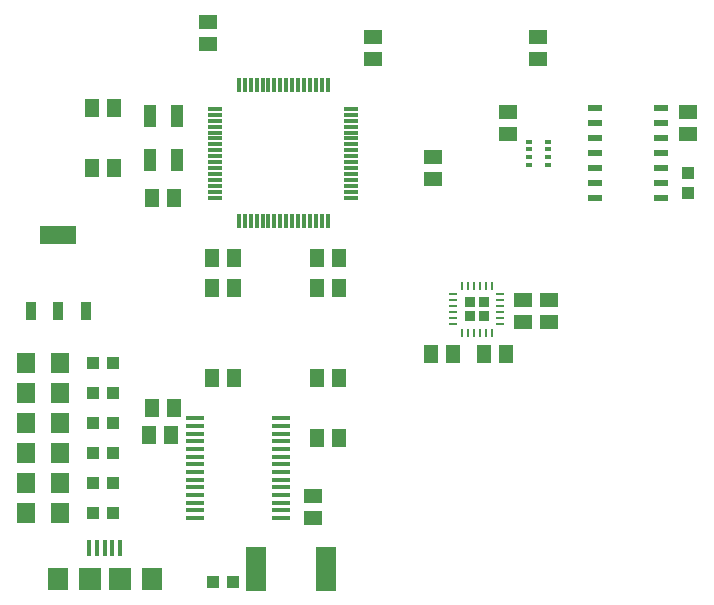
<source format=gbr>
G04 EAGLE Gerber RS-274X export*
G75*
%MOMM*%
%FSLAX34Y34*%
%LPD*%
%INSolderpaste Top*%
%IPPOS*%
%AMOC8*
5,1,8,0,0,1.08239X$1,22.5*%
G01*
%ADD10R,1.300000X1.500000*%
%ADD11R,1.500000X1.300000*%
%ADD12R,1.193800X0.304800*%
%ADD13R,0.304800X1.193800*%
%ADD14R,1.100000X1.900000*%
%ADD15R,0.838200X1.600200*%
%ADD16R,3.098800X1.600200*%
%ADD17R,1.500000X0.400000*%
%ADD18R,0.500000X0.350000*%
%ADD19R,1.200000X0.600000*%
%ADD20R,1.000000X1.100000*%
%ADD21R,1.700000X3.700000*%
%ADD22R,1.600000X1.803000*%
%ADD23R,1.100000X1.000000*%
%ADD24R,0.350000X1.400000*%
%ADD25R,1.800000X1.900000*%
%ADD26R,1.900000X1.900000*%
%ADD27R,0.961200X0.909856*%
%ADD28R,0.959838X0.909838*%
%ADD29R,0.959981X0.910159*%
%ADD30R,0.961181X0.911131*%
%ADD31R,0.790000X0.260000*%
%ADD32R,0.260000X0.790000*%


D10*
X250800Y660400D03*
X231800Y660400D03*
X161900Y660400D03*
X142900Y660400D03*
D11*
X330200Y752500D03*
X330200Y771500D03*
X139700Y866800D03*
X139700Y885800D03*
X279400Y854100D03*
X279400Y873100D03*
X393700Y790600D03*
X393700Y809600D03*
D10*
X250800Y685800D03*
X231800Y685800D03*
X111100Y736600D03*
X92100Y736600D03*
X161900Y685800D03*
X142900Y685800D03*
X60300Y812800D03*
X41300Y812800D03*
X60300Y762000D03*
X41300Y762000D03*
D12*
X145700Y812200D03*
X145700Y807200D03*
X145700Y802200D03*
X145700Y797200D03*
X145700Y792200D03*
X145700Y787200D03*
X145700Y782200D03*
X145700Y777200D03*
X145700Y772200D03*
X145700Y767200D03*
X145700Y762200D03*
X145700Y757200D03*
X145700Y752200D03*
X145700Y747200D03*
X145700Y742200D03*
X145700Y737200D03*
D13*
X165700Y717200D03*
X170700Y717200D03*
X175700Y717200D03*
X180700Y717200D03*
X185700Y717200D03*
X190700Y717200D03*
X195700Y717200D03*
X200700Y717200D03*
X205700Y717200D03*
X210700Y717200D03*
X215700Y717200D03*
X220700Y717200D03*
X225700Y717200D03*
X230700Y717200D03*
X235700Y717200D03*
X240700Y717200D03*
D12*
X260700Y737200D03*
X260700Y742200D03*
X260700Y747200D03*
X260700Y752200D03*
X260700Y757200D03*
X260700Y762200D03*
X260700Y767200D03*
X260700Y772200D03*
X260700Y777200D03*
X260700Y782200D03*
X260700Y787200D03*
X260700Y792200D03*
X260700Y797200D03*
X260700Y802200D03*
X260700Y807200D03*
X260700Y812200D03*
D13*
X240700Y832200D03*
X235700Y832200D03*
X230700Y832200D03*
X225700Y832200D03*
X220700Y832200D03*
X215700Y832200D03*
X210700Y832200D03*
X205700Y832200D03*
X200700Y832200D03*
X195700Y832200D03*
X190700Y832200D03*
X185700Y832200D03*
X180700Y832200D03*
X175700Y832200D03*
X170700Y832200D03*
X165700Y832200D03*
D14*
X113100Y768900D03*
X90100Y805900D03*
X90100Y768900D03*
X113100Y805900D03*
D15*
X-10414Y641096D03*
X12700Y641096D03*
X35814Y641096D03*
D16*
X12700Y705104D03*
D10*
X161900Y584200D03*
X142900Y584200D03*
D17*
X128850Y550250D03*
X128850Y543750D03*
X128850Y537250D03*
X128850Y530750D03*
X128850Y524250D03*
X128850Y517750D03*
X128850Y511250D03*
X128850Y504750D03*
X128850Y498250D03*
X128850Y491750D03*
X128850Y485250D03*
X128850Y478750D03*
X128850Y472250D03*
X128850Y465750D03*
X201350Y465750D03*
X201350Y472250D03*
X201350Y478750D03*
X201350Y485250D03*
X201350Y491750D03*
X201350Y498250D03*
X201350Y504750D03*
X201350Y511250D03*
X201350Y517750D03*
X201350Y524250D03*
X201350Y530750D03*
X201350Y537250D03*
X201350Y543750D03*
X201350Y550250D03*
D10*
X111100Y558800D03*
X92100Y558800D03*
X231800Y533400D03*
X250800Y533400D03*
X231800Y584200D03*
X250800Y584200D03*
X108560Y535940D03*
X89560Y535940D03*
D18*
X427100Y771450D03*
X427100Y777950D03*
X427100Y784450D03*
X427100Y764950D03*
X411100Y777950D03*
X411100Y771450D03*
X411100Y764950D03*
X411100Y784450D03*
D19*
X467300Y812800D03*
X467300Y800100D03*
X467300Y787400D03*
X467300Y774700D03*
X467300Y762000D03*
X467300Y749300D03*
X467300Y736600D03*
X523300Y736600D03*
X523300Y749300D03*
X523300Y762000D03*
X523300Y774700D03*
X523300Y787400D03*
X523300Y800100D03*
X523300Y812800D03*
D11*
X546100Y790600D03*
X546100Y809600D03*
X419100Y873100D03*
X419100Y854100D03*
D20*
X546100Y757800D03*
X546100Y740800D03*
D21*
X180050Y422910D03*
X239050Y422910D03*
D22*
X-14220Y596900D03*
X14220Y596900D03*
X-14220Y571500D03*
X14220Y571500D03*
X-14220Y546100D03*
X14220Y546100D03*
X-14220Y495300D03*
X14220Y495300D03*
X-14220Y520700D03*
X14220Y520700D03*
X-14220Y469900D03*
X14220Y469900D03*
D23*
X59300Y596900D03*
X42300Y596900D03*
X59300Y571500D03*
X42300Y571500D03*
X59300Y546100D03*
X42300Y546100D03*
X59300Y495300D03*
X42300Y495300D03*
X59300Y520700D03*
X42300Y520700D03*
X59300Y469900D03*
X42300Y469900D03*
D24*
X39070Y440520D03*
X65070Y440520D03*
X45570Y440520D03*
X52070Y440520D03*
X58570Y440520D03*
D25*
X12070Y414020D03*
X92070Y414020D03*
D26*
X39370Y414020D03*
X64770Y414020D03*
D11*
X228600Y484480D03*
X228600Y465480D03*
D23*
X160900Y411480D03*
X143900Y411480D03*
D27*
X360924Y648471D03*
D28*
X373131Y648471D03*
D29*
X373130Y636769D03*
D30*
X360924Y636764D03*
D31*
X347330Y655120D03*
X347330Y650120D03*
X347330Y645120D03*
X347330Y640120D03*
X347330Y635120D03*
X347330Y630120D03*
D32*
X354530Y622920D03*
X359530Y622920D03*
X364530Y622920D03*
X369530Y622920D03*
X374530Y622920D03*
X379530Y622920D03*
D31*
X386730Y630120D03*
X386730Y635120D03*
X386730Y640120D03*
X386730Y645120D03*
X386730Y650120D03*
X386730Y655120D03*
D32*
X379530Y662320D03*
X374530Y662320D03*
X369530Y662320D03*
X364530Y662320D03*
X359530Y662320D03*
X354530Y662320D03*
D10*
X391770Y604520D03*
X372770Y604520D03*
D11*
X406400Y631850D03*
X406400Y650850D03*
X427990Y650850D03*
X427990Y631850D03*
D10*
X328320Y604520D03*
X347320Y604520D03*
M02*

</source>
